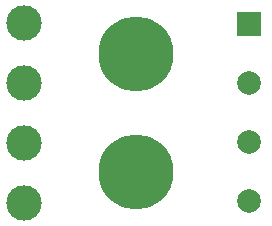
<source format=gbs>
%FSLAX33Y33*%
%MOMM*%
%AMRect-W2000000-H2000000-RO1.000*
21,1,2.,2.,0.,0.,180*%
%ADD10C,2.*%
%ADD11Rect-W2000000-H2000000-RO1.000*%
%ADD12C,3.*%
%ADD13C,6.35*%
D10*
%LNbottom solder mask_traces*%
%LNbottom solder mask component a11a46aa72a432f6*%
G01*
X24000Y5000D03*
X24000Y10000D03*
X24000Y15000D03*
D11*
X24000Y20000D03*
%LNbottom solder mask component f0fb2731934dc838*%
D12*
X5000Y20120D03*
X5000Y15040D03*
X5000Y9960D03*
X5000Y4880D03*
%LNbottom solder mask component 8d7f5a6846472cc6*%
D13*
X14500Y17500D03*
%LNbottom solder mask component f5205f3a868a2325*%
X14500Y7500D03*
M02*
</source>
